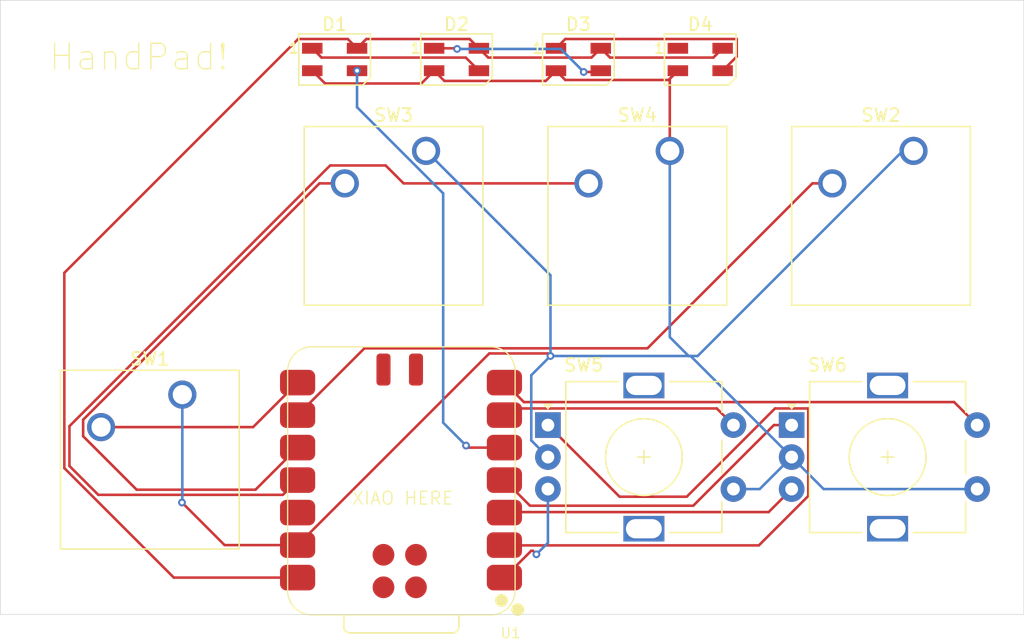
<source format=kicad_pcb>
(kicad_pcb (version 20241229) (generator "pcbnew") (generator_version "9.0")
  (layers (0 "F.Cu" signal) (2 "B.Cu" signal) (13 "F.Paste" user) (15 "B.Paste" user) (5 "F.SilkS" user "F.Silkscreen") (7 "B.SilkS" user "B.Silkscreen") (1 "F.Mask" user) (3 "B.Mask" user) (25 "Edge.Cuts" user))
  (net 0 "")
  (net 1 "Net-(D1-DOUT)")
  (net 2 "+5V")
  (net 3 "GND")
  (net 4 "Net-(D2-DOUT)")
  (net 5 "Net-(D3-DOUT)")
  (net 7 "Net-(U1-GPIO1{slash}RX)")
  (net 8 "Net-(U1-GPIO2{slash}SCK)")
  (net 9 "Net-(U1-GPIO4{slash}MISO)")
  (net 10 "Net-(U1-GPIO3{slash}MOSI)")
  (net 11 "Net-(U1-GPIO7{slash}SCL)")
  (net 12 "Net-(U1-GPIO26{slash}ADC0{slash}A0)")
  (net 13 "Net-(U1-GPIO27{slash}ADC1{slash}A1)")
  (net 14 "Net-(U1-GPIO0{slash}TX)")
  (net 15 "Net-(U1-GPIO29{slash}ADC3{slash}A3)")
  (net 16 "Net-(U1-GPIO28{slash}ADC2{slash}A2)")
  (net 18 "Net-(D1-DIN)")
  (footprint "Rotary_Encoder:RotaryEncoder_Alps_EC11E-Switch_Vertical_H20mm" (layer "F.Cu") (at 161.85 63.5)
    (property "Reference" "SW6" (at 2.8 -4.7 0) (layer "F.SilkS"))
    (property "Value" "RotaryEncoder_Switch")
    (fp_line (start -0.3 -1.6) (end 0.3 -1.6) (stroke (width 0.12)) (layer "F.SilkS"))
    (fp_line (start 0 -1.3) (end -0.3 -1.6) (stroke (width 0.12)) (layer "F.SilkS"))
    (fp_line (start 0.3 -1.6) (end 0 -1.3) (stroke (width 0.12)) (layer "F.SilkS"))
    (fp_line (start 1.4 -3.4) (end 1.4 8.4) (stroke (width 0.12)) (layer "F.SilkS"))
    (fp_line (start 5.5 -3.4) (end 1.4 -3.4) (stroke (width 0.12)) (layer "F.SilkS"))
    (fp_line (start 5.5 8.4) (end 1.4 8.4) (stroke (width 0.12)) (layer "F.SilkS"))
    (fp_line (start 7 2.5) (end 8 2.5) (stroke (width 0.12)) (layer "F.SilkS"))
    (fp_line (start 7.5 2) (end 7.5 3) (stroke (width 0.12)) (layer "F.SilkS"))
    (fp_line (start 9.5 -3.4) (end 13.6 -3.4) (stroke (width 0.12)) (layer "F.SilkS"))
    (fp_line (start 13.6 -3.4) (end 13.6 -1) (stroke (width 0.12)) (layer "F.SilkS"))
    (fp_line (start 13.6 1.2) (end 13.6 3.8) (stroke (width 0.12)) (layer "F.SilkS"))
    (fp_line (start 13.6 6) (end 13.6 8.4) (stroke (width 0.12)) (layer "F.SilkS"))
    (fp_line (start 13.6 8.4) (end 9.5 8.4) (stroke (width 0.12)) (layer "F.SilkS"))
    (fp_circle (center 7.5 2.5) (end 10.5 2.5) (stroke (width 0.12)) (fill no) (layer "F.SilkS"))
    (pad "A" thru_hole rect (at 0 0) (size 2 2) (drill 1) (layers "*.Cu" "*.Mask") (net 15 "Net-(U1-GPIO29{slash}ADC3{slash}A3)"))
    (pad "B" thru_hole circle (at 0 5) (size 2 2) (drill 1) (layers "*.Cu" "*.Mask") (net 16 "Net-(U1-GPIO28{slash}ADC2{slash}A2)"))
    (pad "C" thru_hole circle (at 0 2.5) (size 2 2) (drill 1) (layers "*.Cu" "*.Mask") (net 3 "GND"))
    (pad "MP" thru_hole rect (at 7.5 -3.1) (size 3.2 2) (drill oval 2.8 1.5) (layers "*.Cu" "*.Mask"))
    (pad "MP" thru_hole rect (at 7.5 8.1) (size 3.2 2) (drill oval 2.8 1.5) (layers "*.Cu" "*.Mask"))
    (pad "S1" thru_hole circle (at 14.5 5) (size 2 2) (drill 1) (layers "*.Cu" "*.Mask") (net 3 "GND"))
    (pad "S2" thru_hole circle (at 14.5 0) (size 2 2) (drill 1) (layers "*.Cu" "*.Mask") (net 14 "Net-(U1-GPIO0{slash}TX)"))
  )
  (footprint "OPL:XIAO-RP2040-SMD" (layer "F.Cu") (at 131.4 67.8 180)
    (property "Reference" "U1" (at -9.335 -11.5 0) (layer "F.SilkS") (effects (font (size 0.78232 0.78232) (thickness 0.10668)) (justify right top)))
    (property "Value" "XIAO-RP2040-DIP")
    (fp_line (start 8.945 8.513) (end 8.945 -8.632) (stroke (width 0.1)) (layer "F.SilkS"))
    (fp_line (start 7.04 -10.537) (end -6.93 -10.537) (stroke (width 0.1)) (layer "F.SilkS"))
    (fp_line (start 4.559 -11.447) (end 4.559 -10.537) (stroke (width 0.127)) (layer "F.SilkS"))
    (fp_line (start -3.936272 -11.947) (end 4.059 -11.947) (stroke (width 0.127)) (layer "F.SilkS"))
    (fp_line (start -4.44 -10.537) (end -4.436272 -11.447272) (stroke (width 0.127)) (layer "F.SilkS"))
    (fp_line (start -6.93 10.418) (end 7.04 10.418) (stroke (width 0.1)) (layer "F.SilkS"))
    (fp_line (start -8.835 8.513) (end -8.835 -8.632) (stroke (width 0.1)) (layer "F.SilkS"))
    (fp_arc (start 8.945 8.513) (mid 8.387038 9.860038) (end 7.04 10.418) (stroke (width 0.1)) (layer "F.SilkS"))
    (fp_arc (start 7.04 -10.537) (mid 8.387038 -9.979038) (end 8.945 -8.632) (stroke (width 0.1)) (layer "F.SilkS"))
    (fp_arc (start 4.059 -11.947) (mid 4.412553 -11.800553) (end 4.559 -11.447) (stroke (width 0.127)) (layer "F.SilkS"))
    (fp_arc (start -4.436272 -11.447272) (mid -4.289724 -11.800644) (end -3.936272 -11.947) (stroke (width 0.127)) (layer "F.SilkS"))
    (fp_arc (start -6.93 10.418) (mid -8.277038 9.860038) (end -8.835 8.513) (stroke (width 0.1)) (layer "F.SilkS"))
    (fp_arc (start -8.835 -8.636) (mid -8.277038 -9.983038) (end -6.93 -10.541) (stroke (width 0.1)) (layer "F.SilkS"))
    (fp_circle (center -7.771 -9.404) (end -7.771 -9.658) (stroke (width 0.5)) (fill yes) (layer "F.SilkS"))
    (fp_circle (center -9.045 -10.121) (end -9.045 -10.375) (stroke (width 0.5)) (fill yes) (layer "F.SilkS"))
    (pad "1" smd roundrect (at -8 -7.62 180) (size 2.75 2) (layers "F.Cu" "F.Mask" "F.Paste") (net 12 "Net-(U1-GPIO26{slash}ADC0{slash}A0)"))
    (pad "2" smd roundrect (at -8 -5.08 180) (size 2.75 2) (layers "F.Cu" "F.Mask" "F.Paste") (net 13 "Net-(U1-GPIO27{slash}ADC1{slash}A1)"))
    (pad "3" smd roundrect (at -8 -2.54 180) (size 2.75 2) (layers "F.Cu" "F.Mask" "F.Paste") (net 16 "Net-(U1-GPIO28{slash}ADC2{slash}A2)"))
    (pad "4" smd roundrect (at -8 0 180) (size 2.75 2) (layers "F.Cu" "F.Mask" "F.Paste") (net 15 "Net-(U1-GPIO29{slash}ADC3{slash}A3)"))
    (pad "5" smd roundrect (at -8 2.54 180) (size 2.75 2) (layers "F.Cu" "F.Mask" "F.Paste") (net 18 "Net-(D1-DIN)"))
    (pad "6" smd roundrect (at -8 5.08 180) (size 2.75 2) (layers "F.Cu" "F.Mask" "F.Paste") (net 11 "Net-(U1-GPIO7{slash}SCL)"))
    (pad "7" smd roundrect (at -8 7.62 180) (size 2.75 2) (layers "F.Cu" "F.Mask" "F.Paste") (net 14 "Net-(U1-GPIO0{slash}TX)"))
    (pad "8" smd roundrect (at 8.165 7.62 180) (size 2.75 2) (layers "F.Cu" "F.Mask" "F.Paste") (net 7 "Net-(U1-GPIO1{slash}RX)"))
    (pad "9" smd roundrect (at 8.165 5.08 180) (size 2.75 2) (layers "F.Cu" "F.Mask" "F.Paste") (net 8 "Net-(U1-GPIO2{slash}SCK)"))
    (pad "10" smd roundrect (at 8.165 2.54 180) (size 2.75 2) (layers "F.Cu" "F.Mask" "F.Paste") (net 9 "Net-(U1-GPIO4{slash}MISO)"))
    (pad "11" smd roundrect (at 8.165 0 180) (size 2.75 2) (layers "F.Cu" "F.Mask" "F.Paste") (net 10 "Net-(U1-GPIO3{slash}MOSI)"))
    (pad "12" smd roundrect (at 8.165 -2.54 180) (size 2.75 2) (layers "F.Cu" "F.Mask" "F.Paste"))
    (pad "13" smd roundrect (at 8.165 -5.08 180) (size 2.75 2) (layers "F.Cu" "F.Mask" "F.Paste") (net 3 "GND"))
    (pad "14" smd roundrect (at 8.165 -7.62 180) (size 2.75 2) (layers "F.Cu" "F.Mask" "F.Paste") (net 2 "+5V"))
    (pad "15" smd roundrect (at -1.088 8.64 90) (size 2.5 1.1) (layers "F.Cu" "F.Mask" "F.Paste"))
    (pad "16" smd roundrect (at 1.452 8.64 90) (size 2.5 1.1) (layers "F.Cu" "F.Mask" "F.Paste"))
    (pad "17" smd circle (at -1.088 -8.378 180) (size 1.7 1.7) (layers "F.Cu" "F.Mask" "F.Paste"))
    (pad "18" smd circle (at 1.452 -8.378 180) (size 1.7 1.7) (layers "F.Cu" "F.Mask" "F.Paste"))
    (pad "19" smd circle (at -1.088 -5.838 180) (size 1.7 1.7) (layers "F.Cu" "F.Mask" "F.Paste"))
    (pad "20" smd circle (at 1.452 -5.838 180) (size 1.7 1.7) (layers "F.Cu" "F.Mask" "F.Paste"))
  )
  (footprint "LED_SMD:LED_SK6812MINI_PLCC4_3.5x3.5mm_P1.75mm" (layer "F.Cu") (at 154.70625 34.925)
    (property "Reference" "D4" (at 0 -2.75 0) (layer "F.SilkS"))
    (property "Value" "SK6812MINI")
    (fp_line (start -2.8 -2) (end -2.8 2) (stroke (width 0.12)) (layer "F.SilkS"))
    (fp_line (start -2.8 -2) (end 2.8 -2) (stroke (width 0.12)) (layer "F.SilkS"))
    (fp_line (start -2.8 2) (end 2.2 2) (stroke (width 0.12)) (layer "F.SilkS"))
    (fp_line (start 2.8 1.4) (end 2.2 2) (stroke (width 0.12)) (layer "F.SilkS"))
    (fp_line (start 2.8 1.4) (end 2.8 -2) (stroke (width 0.12)) (layer "F.SilkS"))
    (fp_text user "1" (at -3.2 -0.875 0) (layer "F.SilkS") (effects (font (size 0.8 0.8))))
    (pad "1" smd rect (at -1.75 -0.875) (size 1.6 0.85) (layers "F.Cu" "F.Mask" "F.Paste"))
    (pad "2" smd rect (at -1.75 0.875) (size 1.6 0.85) (layers "F.Cu" "F.Mask" "F.Paste") (net 3 "GND"))
    (pad "3" smd rect (at 1.75 0.875) (size 1.6 0.85) (layers "F.Cu" "F.Mask" "F.Paste") (net 5 "Net-(D3-DOUT)"))
    (pad "4" smd rect (at 1.75 -0.875) (size 1.6 0.85) (layers "F.Cu" "F.Mask" "F.Paste") (net 2 "+5V"))
  )
  (footprint "LED_SMD:LED_SK6812MINI_PLCC4_3.5x3.5mm_P1.75mm" (layer "F.Cu") (at 135.65625 34.925)
    (property "Reference" "D2" (at 0 -2.75 0) (layer "F.SilkS"))
    (property "Value" "SK6812MINI")
    (fp_line (start -2.8 -2) (end -2.8 2) (stroke (width 0.12)) (layer "F.SilkS"))
    (fp_line (start -2.8 -2) (end 2.8 -2) (stroke (width 0.12)) (layer "F.SilkS"))
    (fp_line (start -2.8 2) (end 2.2 2) (stroke (width 0.12)) (layer "F.SilkS"))
    (fp_line (start 2.8 1.4) (end 2.2 2) (stroke (width 0.12)) (layer "F.SilkS"))
    (fp_line (start 2.8 1.4) (end 2.8 -2) (stroke (width 0.12)) (layer "F.SilkS"))
    (fp_text user "1" (at -3.2 -0.875 0) (layer "F.SilkS") (effects (font (size 0.8 0.8))))
    (pad "1" smd rect (at -1.75 -0.875) (size 1.6 0.85) (layers "F.Cu" "F.Mask" "F.Paste") (net 4 "Net-(D2-DOUT)"))
    (pad "2" smd rect (at -1.75 0.875) (size 1.6 0.85) (layers "F.Cu" "F.Mask" "F.Paste") (net 3 "GND"))
    (pad "3" smd rect (at 1.75 0.875) (size 1.6 0.85) (layers "F.Cu" "F.Mask" "F.Paste") (net 1 "Net-(D1-DOUT)"))
    (pad "4" smd rect (at 1.75 -0.875) (size 1.6 0.85) (layers "F.Cu" "F.Mask" "F.Paste") (net 2 "+5V"))
  )
  (footprint "Button_Switch_Keyboard:SW_Cherry_MX_1.00u_PCB" (layer "F.Cu") (at 133.275 42.06875)
    (property "Reference" "SW3" (at -2.54 -2.794 0) (layer "F.SilkS"))
    (property "Value" "SW_Push")
    (fp_line (start -9.525 -1.905) (end 4.445 -1.905) (stroke (width 0.12)) (layer "F.SilkS"))
    (fp_line (start -9.525 12.065) (end -9.525 -1.905) (stroke (width 0.12)) (layer "F.SilkS"))
    (fp_line (start 4.445 -1.905) (end 4.445 12.065) (stroke (width 0.12)) (layer "F.SilkS"))
    (fp_line (start 4.445 12.065) (end -9.525 12.065) (stroke (width 0.12)) (layer "F.SilkS"))
    (pad "" np_thru_hole circle (at -7.62 5.08) (size 1.7 1.7) (drill 1.7) (layers "*.Cu" "*.Mask"))
    (pad "" np_thru_hole circle (at -2.54 5.08) (size 4 4) (drill 4) (layers "*.Cu" "*.Mask"))
    (pad "" np_thru_hole circle (at 2.54 5.08) (size 1.7 1.7) (drill 1.7) (layers "*.Cu" "*.Mask"))
    (pad "1" thru_hole circle (at 0 0) (size 2.2 2.2) (drill 1.5) (layers "*.Cu" "*.Mask") (net 3 "GND"))
    (pad "2" thru_hole circle (at -6.35 2.54) (size 2.2 2.2) (drill 1.5) (layers "*.Cu" "*.Mask") (net 9 "Net-(U1-GPIO4{slash}MISO)"))
  )
  (footprint "Button_Switch_Keyboard:SW_Cherry_MX_1.00u_PCB" (layer "F.Cu") (at 171.375 42.06875)
    (property "Reference" "SW2" (at -2.54 -2.794 0) (layer "F.SilkS"))
    (property "Value" "SW_Push")
    (fp_line (start -9.525 -1.905) (end 4.445 -1.905) (stroke (width 0.12)) (layer "F.SilkS"))
    (fp_line (start -9.525 12.065) (end -9.525 -1.905) (stroke (width 0.12)) (layer "F.SilkS"))
    (fp_line (start 4.445 -1.905) (end 4.445 12.065) (stroke (width 0.12)) (layer "F.SilkS"))
    (fp_line (start 4.445 12.065) (end -9.525 12.065) (stroke (width 0.12)) (layer "F.SilkS"))
    (pad "" np_thru_hole circle (at -7.62 5.08) (size 1.7 1.7) (drill 1.7) (layers "*.Cu" "*.Mask"))
    (pad "" np_thru_hole circle (at -2.54 5.08) (size 4 4) (drill 4) (layers "*.Cu" "*.Mask"))
    (pad "" np_thru_hole circle (at 2.54 5.08) (size 1.7 1.7) (drill 1.7) (layers "*.Cu" "*.Mask"))
    (pad "1" thru_hole circle (at 0 0) (size 2.2 2.2) (drill 1.5) (layers "*.Cu" "*.Mask") (net 3 "GND"))
    (pad "2" thru_hole circle (at -6.35 2.54) (size 2.2 2.2) (drill 1.5) (layers "*.Cu" "*.Mask") (net 8 "Net-(U1-GPIO2{slash}SCK)"))
  )
  (footprint "Button_Switch_Keyboard:SW_Cherry_MX_1.00u_PCB" (layer "F.Cu") (at 152.325 42.06875)
    (property "Reference" "SW4" (at -2.54 -2.794 0) (layer "F.SilkS"))
    (property "Value" "SW_Push")
    (fp_line (start -9.525 -1.905) (end 4.445 -1.905) (stroke (width 0.12)) (layer "F.SilkS"))
    (fp_line (start -9.525 12.065) (end -9.525 -1.905) (stroke (width 0.12)) (layer "F.SilkS"))
    (fp_line (start 4.445 -1.905) (end 4.445 12.065) (stroke (width 0.12)) (layer "F.SilkS"))
    (fp_line (start 4.445 12.065) (end -9.525 12.065) (stroke (width 0.12)) (layer "F.SilkS"))
    (pad "" np_thru_hole circle (at -7.62 5.08) (size 1.7 1.7) (drill 1.7) (layers "*.Cu" "*.Mask"))
    (pad "" np_thru_hole circle (at -2.54 5.08) (size 4 4) (drill 4) (layers "*.Cu" "*.Mask"))
    (pad "" np_thru_hole circle (at 2.54 5.08) (size 1.7 1.7) (drill 1.7) (layers "*.Cu" "*.Mask"))
    (pad "1" thru_hole circle (at 0 0) (size 2.2 2.2) (drill 1.5) (layers "*.Cu" "*.Mask") (net 3 "GND"))
    (pad "2" thru_hole circle (at -6.35 2.54) (size 2.2 2.2) (drill 1.5) (layers "*.Cu" "*.Mask") (net 10 "Net-(U1-GPIO3{slash}MOSI)"))
  )
  (footprint "LED_SMD:LED_SK6812MINI_PLCC4_3.5x3.5mm_P1.75mm" (layer "F.Cu") (at 126.13125 34.925)
    (property "Reference" "D1" (at 0 -2.75 0) (layer "F.SilkS"))
    (property "Value" "SK6812MINI")
    (fp_line (start -2.8 -2) (end -2.8 2) (stroke (width 0.12)) (layer "F.SilkS"))
    (fp_line (start -2.8 -2) (end 2.8 -2) (stroke (width 0.12)) (layer "F.SilkS"))
    (fp_line (start -2.8 2) (end 2.2 2) (stroke (width 0.12)) (layer "F.SilkS"))
    (fp_line (start 2.8 1.4) (end 2.2 2) (stroke (width 0.12)) (layer "F.SilkS"))
    (fp_line (start 2.8 1.4) (end 2.8 -2) (stroke (width 0.12)) (layer "F.SilkS"))
    (fp_text user "1" (at -3.2 -0.875 0) (layer "F.SilkS") (effects (font (size 0.8 0.8))))
    (pad "1" smd rect (at -1.75 -0.875) (size 1.6 0.85) (layers "F.Cu" "F.Mask" "F.Paste") (net 1 "Net-(D1-DOUT)"))
    (pad "2" smd rect (at -1.75 0.875) (size 1.6 0.85) (layers "F.Cu" "F.Mask" "F.Paste") (net 3 "GND"))
    (pad "3" smd rect (at 1.75 0.875) (size 1.6 0.85) (layers "F.Cu" "F.Mask" "F.Paste") (net 18 "Net-(D1-DIN)"))
    (pad "4" smd rect (at 1.75 -0.875) (size 1.6 0.85) (layers "F.Cu" "F.Mask" "F.Paste") (net 2 "+5V"))
  )
  (footprint "LED_SMD:LED_SK6812MINI_PLCC4_3.5x3.5mm_P1.75mm" (layer "F.Cu") (at 145.18125 34.925)
    (property "Reference" "D3" (at 0 -2.75 0) (layer "F.SilkS"))
    (property "Value" "SK6812MINI")
    (fp_line (start -2.8 -2) (end -2.8 2) (stroke (width 0.12)) (layer "F.SilkS"))
    (fp_line (start -2.8 -2) (end 2.8 -2) (stroke (width 0.12)) (layer "F.SilkS"))
    (fp_line (start -2.8 2) (end 2.2 2) (stroke (width 0.12)) (layer "F.SilkS"))
    (fp_line (start 2.8 1.4) (end 2.2 2) (stroke (width 0.12)) (layer "F.SilkS"))
    (fp_line (start 2.8 1.4) (end 2.8 -2) (stroke (width 0.12)) (layer "F.SilkS"))
    (fp_text user "1" (at -3.2 -0.875 0) (layer "F.SilkS") (effects (font (size 0.8 0.8))))
    (pad "1" smd rect (at -1.75 -0.875) (size 1.6 0.85) (layers "F.Cu" "F.Mask" "F.Paste") (net 5 "Net-(D3-DOUT)"))
    (pad "2" smd rect (at -1.75 0.875) (size 1.6 0.85) (layers "F.Cu" "F.Mask" "F.Paste") (net 3 "GND"))
    (pad "3" smd rect (at 1.75 0.875) (size 1.6 0.85) (layers "F.Cu" "F.Mask" "F.Paste") (net 4 "Net-(D2-DOUT)"))
    (pad "4" smd rect (at 1.75 -0.875) (size 1.6 0.85) (layers "F.Cu" "F.Mask" "F.Paste") (net 2 "+5V"))
  )
  (footprint "Button_Switch_Keyboard:SW_Cherry_MX_1.00u_PCB" (layer "F.Cu") (at 114.225 61.11875)
    (property "Reference" "SW1" (at -2.54 -2.794 0) (layer "F.SilkS"))
    (property "Value" "SW_Push")
    (fp_line (start -9.525 -1.905) (end 4.445 -1.905) (stroke (width 0.12)) (layer "F.SilkS"))
    (fp_line (start -9.525 12.065) (end -9.525 -1.905) (stroke (width 0.12)) (layer "F.SilkS"))
    (fp_line (start 4.445 -1.905) (end 4.445 12.065) (stroke (width 0.12)) (layer "F.SilkS"))
    (fp_line (start 4.445 12.065) (end -9.525 12.065) (stroke (width 0.12)) (layer "F.SilkS"))
    (pad "" np_thru_hole circle (at -7.62 5.08) (size 1.7 1.7) (drill 1.7) (layers "*.Cu" "*.Mask"))
    (pad "" np_thru_hole circle (at -2.54 5.08) (size 4 4) (drill 4) (layers "*.Cu" "*.Mask"))
    (pad "" np_thru_hole circle (at 2.54 5.08) (size 1.7 1.7) (drill 1.7) (layers "*.Cu" "*.Mask"))
    (pad "1" thru_hole circle (at 0 0) (size 2.2 2.2) (drill 1.5) (layers "*.Cu" "*.Mask") (net 3 "GND"))
    (pad "2" thru_hole circle (at -6.35 2.54) (size 2.2 2.2) (drill 1.5) (layers "*.Cu" "*.Mask") (net 7 "Net-(U1-GPIO1{slash}RX)"))
  )
  (footprint "Rotary_Encoder:RotaryEncoder_Alps_EC11E-Switch_Vertical_H20mm" (layer "F.Cu") (at 142.8 63.5)
    (property "Reference" "SW5" (at 2.8 -4.7 0) (layer "F.SilkS"))
    (property "Value" "RotaryEncoder_Switch")
    (fp_line (start -0.3 -1.6) (end 0.3 -1.6) (stroke (width 0.12)) (layer "F.SilkS"))
    (fp_line (start 0 -1.3) (end -0.3 -1.6) (stroke (width 0.12)) (layer "F.SilkS"))
    (fp_line (start 0.3 -1.6) (end 0 -1.3) (stroke (width 0.12)) (layer "F.SilkS"))
    (fp_line (start 1.4 -3.4) (end 1.4 8.4) (stroke (width 0.12)) (layer "F.SilkS"))
    (fp_line (start 5.5 -3.4) (end 1.4 -3.4) (stroke (width 0.12)) (layer "F.SilkS"))
    (fp_line (start 5.5 8.4) (end 1.4 8.4) (stroke (width 0.12)) (layer "F.SilkS"))
    (fp_line (start 7 2.5) (end 8 2.5) (stroke (width 0.12)) (layer "F.SilkS"))
    (fp_line (start 7.5 2) (end 7.5 3) (stroke (width 0.12)) (layer "F.SilkS"))
    (fp_line (start 9.5 -3.4) (end 13.6 -3.4) (stroke (width 0.12)) (layer "F.SilkS"))
    (fp_line (start 13.6 -3.4) (end 13.6 -1) (stroke (width 0.12)) (layer "F.SilkS"))
    (fp_line (start 13.6 1.2) (end 13.6 3.8) (stroke (width 0.12)) (layer "F.SilkS"))
    (fp_line (start 13.6 6) (end 13.6 8.4) (stroke (width 0.12)) (layer "F.SilkS"))
    (fp_line (start 13.6 8.4) (end 9.5 8.4) (stroke (width 0.12)) (layer "F.SilkS"))
    (fp_circle (center 7.5 2.5) (end 10.5 2.5) (stroke (width 0.12)) (fill no) (layer "F.SilkS"))
    (pad "A" thru_hole rect (at 0 0) (size 2 2) (drill 1) (layers "*.Cu" "*.Mask") (net 13 "Net-(U1-GPIO27{slash}ADC1{slash}A1)"))
    (pad "B" thru_hole circle (at 0 5) (size 2 2) (drill 1) (layers "*.Cu" "*.Mask") (net 12 "Net-(U1-GPIO26{slash}ADC0{slash}A0)"))
    (pad "C" thru_hole circle (at 0 2.5) (size 2 2) (drill 1) (layers "*.Cu" "*.Mask") (net 3 "GND"))
    (pad "MP" thru_hole rect (at 7.5 -3.1) (size 3.2 2) (drill oval 2.8 1.5) (layers "*.Cu" "*.Mask"))
    (pad "MP" thru_hole rect (at 7.5 8.1) (size 3.2 2) (drill oval 2.8 1.5) (layers "*.Cu" "*.Mask"))
    (pad "S1" thru_hole circle (at 14.5 5) (size 2 2) (drill 1) (layers "*.Cu" "*.Mask") (net 3 "GND"))
    (pad "S2" thru_hole circle (at 14.5 0) (size 2 2) (drill 1) (layers "*.Cu" "*.Mask") (net 11 "Net-(U1-GPIO7{slash}SCL)"))
  )
  (gr_rect (start 100 30.3) (end 180 78.3) (stroke (width 0.05)) (fill no) (layer "Edge.Cuts"))
  (gr_text "HandPad!" (at 103.7 35.9 0) (layer "F.SilkS") (effects (font (size 2 2) (thickness 0.1)) (justify left bottom)))
  (gr_text "XIAO HERE" (at 127.4 69.8 0) (layer "F.SilkS") (effects (font (size 1 1) (thickness 0.1)) (justify left bottom)))
  (segment (start 124.38125 34.05) (end 125.10725 34.776) (width 0.2) (layer "F.Cu") (net 1))
  (segment (start 136.38225 34.776) (end 137.40625 35.8) (width 0.2) (layer "F.Cu") (net 1))
  (segment (start 125.10725 34.776) (end 136.38225 34.776) (width 0.2) (layer "F.Cu") (net 1))
  (segment (start 113.56068 75.42) (end 105.003 66.86232) (width 0.2) (layer "F.Cu") (net 2))
  (segment (start 127.15525 33.324) (end 127.88125 34.05) (width 0.2) (layer "F.Cu") (net 2))
  (segment (start 105.003 51.60125) (end 123.28025 33.324) (width 0.2) (layer "F.Cu") (net 2))
  (segment (start 123.28025 33.324) (end 127.15525 33.324) (width 0.2) (layer "F.Cu") (net 2))
  (segment (start 155.73025 34.776) (end 156.45625 34.05) (width 0.2) (layer "F.Cu") (net 2))
  (segment (start 146.93125 34.05) (end 147.65725 34.776) (width 0.2) (layer "F.Cu") (net 2))
  (segment (start 147.65725 34.776) (end 155.73025 34.776) (width 0.2) (layer "F.Cu") (net 2))
  (segment (start 123.235 75.42) (end 113.56068 75.42) (width 0.2) (layer "F.Cu") (net 2))
  (segment (start 137.40625 34.05) (end 136.68025 33.324) (width 0.2) (layer "F.Cu") (net 2))
  (segment (start 136.68025 33.324) (end 128.60725 33.324) (width 0.2) (layer "F.Cu") (net 2))
  (segment (start 128.60725 33.324) (end 127.88125 34.05) (width 0.2) (layer "F.Cu") (net 2))
  (segment (start 146.20525 34.776) (end 146.93125 34.05) (width 0.2) (layer "F.Cu") (net 2))
  (segment (start 105.003 66.86232) (end 105.003 51.60125) (width 0.2) (layer "F.Cu") (net 2))
  (segment (start 138.13225 34.776) (end 146.20525 34.776) (width 0.2) (layer "F.Cu") (net 2))
  (segment (start 137.40625 34.05) (end 138.13225 34.776) (width 0.2) (layer "F.Cu") (net 2))
  (segment (start 117.52925 72.88) (end 114.2 69.55075) (width 0.2) (layer "F.Cu") (net 3))
  (segment (start 123.235 72.88) (end 117.52925 72.88) (width 0.2) (layer "F.Cu") (net 3))
  (segment (start 125.38125 36.8) (end 124.38125 35.8) (width 0.2) (layer "F.Cu") (net 3))
  (segment (start 143.43125 35.8) (end 142.63125 36.6) (width 0.2) (layer "F.Cu") (net 3))
  (segment (start 138.214 57.901) (end 142.801 57.901) (width 0.2) (layer "F.Cu") (net 3))
  (segment (start 152.325 42.06875) (end 152.325 36.43125) (width 0.2) (layer "F.Cu") (net 3))
  (segment (start 152.95625 35.8) (end 152.23025 36.526) (width 0.2) (layer "F.Cu") (net 3))
  (segment (start 132.90625 36.8) (end 125.38125 36.8) (width 0.2) (layer "F.Cu") (net 3))
  (segment (start 133.90625 35.8) (end 132.90625 36.8) (width 0.2) (layer "F.Cu") (net 3))
  (segment (start 123.235 72.88) (end 138.214 57.901) (width 0.2) (layer "F.Cu") (net 3))
  (segment (start 142.63125 36.6) (end 134.70625 36.6) (width 0.2) (layer "F.Cu") (net 3))
  (segment (start 142.801 57.901) (end 143 58.1) (width 0.2) (layer "F.Cu") (net 3))
  (segment (start 152.23025 36.526) (end 144.15725 36.526) (width 0.2) (layer "F.Cu") (net 3))
  (segment (start 134.70625 36.6) (end 133.90625 35.8) (width 0.2) (layer "F.Cu") (net 3))
  (segment (start 144.15725 36.526) (end 143.43125 35.8) (width 0.2) (layer "F.Cu") (net 3))
  (segment (start 152.325 36.43125) (end 152.95625 35.8) (width 0.2) (layer "F.Cu") (net 3))
  (via (at 143 58.1) (size 0.6) (drill 0.3) (layers "F.Cu" "B.Cu") (net 3))
  (via (at 114.2 69.55075) (size 0.6) (drill 0.3) (layers "F.Cu" "B.Cu") (net 3))
  (segment (start 114.225 69.52575) (end 114.225 61.11875) (width 0.2) (layer "B.Cu") (net 3))
  (segment (start 161.85 66) (end 159.35 68.5) (width 0.2) (layer "B.Cu") (net 3))
  (segment (start 164.35 68.5) (end 176.35 68.5) (width 0.2) (layer "B.Cu") (net 3))
  (segment (start 141.499 59.601) (end 141.499 64.699) (width 0.2) (layer "B.Cu") (net 3))
  (segment (start 153.95 58.1) (end 161.85 66) (width 0.2) (layer "B.Cu") (net 3))
  (segment (start 141.499 64.699) (end 142.8 66) (width 0.2) (layer "B.Cu") (net 3))
  (segment (start 143 51.79375) (end 133.275 42.06875) (width 0.2) (layer "B.Cu") (net 3))
  (segment (start 153.95 58.1) (end 154.50222 58.1) (width 0.2) (layer "B.Cu") (net 3))
  (segment (start 154.50222 58.1) (end 170.53347 42.06875) (width 0.2) (layer "B.Cu") (net 3))
  (segment (start 152.325 56.625) (end 152.325 42.06875) (width 0.2) (layer "B.Cu") (net 3))
  (segment (start 143 58.1) (end 143 51.79375) (width 0.2) (layer "B.Cu") (net 3))
  (segment (start 153.8 58.1) (end 152.325 56.625) (width 0.2) (layer "B.Cu") (net 3))
  (segment (start 114.2 69.55075) (end 114.225 69.52575) (width 0.2) (layer "B.Cu") (net 3))
  (segment (start 153.8 58.1) (end 153.95 58.1) (width 0.2) (layer "B.Cu") (net 3))
  (segment (start 161.85 66) (end 164.35 68.5) (width 0.2) (layer "B.Cu") (net 3))
  (segment (start 143 58.1) (end 153.8 58.1) (width 0.2) (layer "B.Cu") (net 3))
  (segment (start 170.53347 42.06875) (end 171.375 42.06875) (width 0.2) (layer "B.Cu") (net 3))
  (segment (start 159.35 68.5) (end 157.3 68.5) (width 0.2) (layer "B.Cu") (net 3))
  (segment (start 143 58.1) (end 141.499 59.601) (width 0.2) (layer "B.Cu") (net 3))
  (segment (start 145.6 35.9) (end 146.83125 35.9) (width 0.2) (layer "F.Cu") (net 4))
  (segment (start 133.90625 34.05) (end 135.65 34.05) (width 0.2) (layer "F.Cu") (net 4))
  (segment (start 146.83125 35.9) (end 146.93125 35.8) (width 0.2) (layer "F.Cu") (net 4))
  (segment (start 135.65 34.05) (end 135.7 34.1) (width 0.2) (layer "F.Cu") (net 4))
  (via (at 135.7 34.1) (size 0.6) (drill 0.3) (layers "F.Cu" "B.Cu") (net 4))
  (via (at 145.6 35.9) (size 0.6) (drill 0.3) (layers "F.Cu" "B.Cu") (net 4))
  (segment (start 135.7 34.1) (end 143.8 34.1) (width 0.2) (layer "B.Cu") (net 4))
  (segment (start 143.8 34.1) (end 145.6 35.9) (width 0.2) (layer "B.Cu") (net 4))
  (segment (start 157.55725 34.699) (end 157.55725 33.324) (width 0.2) (layer "F.Cu") (net 5))
  (segment (start 156.45625 35.8) (end 157.55725 34.699) (width 0.2) (layer "F.Cu") (net 5))
  (segment (start 157.55725 33.324) (end 144.15725 33.324) (width 0.2) (layer "F.Cu") (net 5))
  (segment (start 144.15725 33.324) (end 143.43125 34.05) (width 0.2) (layer "F.Cu") (net 5))
  (segment (start 119.75625 63.65875) (end 107.875 63.65875) (width 0.2) (layer "F.Cu") (net 7))
  (segment (start 123.235 60.18) (end 119.75625 63.65875) (width 0.2) (layer "F.Cu") (net 7))
  (segment (start 128.455 57.5) (end 150.578116 57.5) (width 0.2) (layer "F.Cu") (net 8))
  (segment (start 163.469366 44.60875) (end 165.025 44.60875) (width 0.2) (layer "F.Cu") (net 8))
  (segment (start 123.235 62.72) (end 128.455 57.5) (width 0.2) (layer "F.Cu") (net 8))
  (segment (start 150.578116 57.5) (end 163.469366 44.60875) (width 0.2) (layer "F.Cu") (net 8))
  (segment (start 106.474 63.078436) (end 124.943686 44.60875) (width 0.2) (layer "F.Cu") (net 9))
  (segment (start 124.943686 44.60875) (end 126.925 44.60875) (width 0.2) (layer "F.Cu") (net 9))
  (segment (start 119.94525 68.54975) (end 110.65447 68.54975) (width 0.2) (layer "F.Cu") (net 9))
  (segment (start 110.65447 68.54975) (end 106.474 64.36928) (width 0.2) (layer "F.Cu") (net 9))
  (segment (start 106.474 64.36928) (end 106.474 63.078436) (width 0.2) (layer "F.Cu") (net 9))
  (segment (start 123.235 65.26) (end 119.94525 68.54975) (width 0.2) (layer "F.Cu") (net 9))
  (segment (start 123.235 67.8) (end 122.08425 68.95075) (width 0.2) (layer "F.Cu") (net 10))
  (segment (start 125.777586 43.20775) (end 130.118816 43.20775) (width 0.2) (layer "F.Cu") (net 10))
  (segment (start 122.08425 68.95075) (end 107.65853 68.95075) (width 0.2) (layer "F.Cu") (net 10))
  (segment (start 107.65853 68.95075) (end 105.404 66.69622) (width 0.2) (layer "F.Cu") (net 10))
  (segment (start 105.404 66.69622) (end 105.404 63.581336) (width 0.2) (layer "F.Cu") (net 10))
  (segment (start 130.118816 43.20775) (end 131.519816 44.60875) (width 0.2) (layer "F.Cu") (net 10))
  (segment (start 105.404 63.581336) (end 125.777586 43.20775) (width 0.2) (layer "F.Cu") (net 10))
  (segment (start 131.519816 44.60875) (end 145.975 44.60875) (width 0.2) (layer "F.Cu") (net 10))
  (segment (start 139.921 62.199) (end 155.999 62.199) (width 0.2) (layer "F.Cu") (net 11))
  (segment (start 155.999 62.199) (end 157.3 63.5) (width 0.2) (layer "F.Cu") (net 11))
  (segment (start 139.4 62.72) (end 139.921 62.199) (width 0.2) (layer "F.Cu") (net 11))
  (segment (start 141.502 73.318) (end 141.618 73.318) (width 0.2) (layer "F.Cu") (net 12))
  (segment (start 141.618 73.318) (end 141.9 73.6) (width 0.2) (layer "F.Cu") (net 12))
  (segment (start 139.4 75.42) (end 141.502 73.318) (width 0.2) (layer "F.Cu") (net 12))
  (via (at 141.9 73.6) (size 0.6) (drill 0.3) (layers "F.Cu" "B.Cu") (net 12))
  (segment (start 141.9 73.6) (end 142.8 72.7) (width 0.2) (layer "B.Cu") (net 12))
  (segment (start 142.8 72.7) (end 142.8 68.5) (width 0.2) (layer "B.Cu") (net 12))
  (segment (start 153.649 69.099) (end 148.399 69.099) (width 0.2) (layer "F.Cu") (net 13))
  (segment (start 160.549 62.199) (end 153.649 69.099) (width 0.2) (layer "F.Cu") (net 13))
  (segment (start 139.4 72.88) (end 139.421 72.901) (width 0.2) (layer "F.Cu") (net 13))
  (segment (start 163.151 62.199) (end 160.549 62.199) (width 0.2) (layer "F.Cu") (net 13))
  (segment (start 163.151 69.038892) (end 163.151 62.199) (width 0.2) (layer "F.Cu") (net 13))
  (segment (start 159.288892 72.901) (end 163.151 69.038892) (width 0.2) (layer "F.Cu") (net 13))
  (segment (start 139.421 72.901) (end 159.288892 72.901) (width 0.2) (layer "F.Cu") (net 13))
  (segment (start 148.399 69.099) (end 142.8 63.5) (width 0.2) (layer "F.Cu") (net 13))
  (segment (start 140.921 61.701) (end 174.551 61.701) (width 0.2) (layer "F.Cu") (net 14))
  (segment (start 174.551 61.701) (end 176.35 63.5) (width 0.2) (layer "F.Cu") (net 14))
  (segment (start 139.4 60.18) (end 140.921 61.701) (width 0.2) (layer "F.Cu") (net 14))
  (segment (start 160.460108 63.5) (end 161.85 63.5) (width 0.2) (layer "F.Cu") (net 15))
  (segment (start 139.4 67.8) (end 141.401 69.801) (width 0.2) (layer "F.Cu") (net 15))
  (segment (start 141.401 69.801) (end 154.159108 69.801) (width 0.2) (layer "F.Cu") (net 15))
  (segment (start 154.159108 69.801) (end 160.460108 63.5) (width 0.2) (layer "F.Cu") (net 15))
  (segment (start 139.4 70.34) (end 139.441 70.299) (width 0.2) (layer "F.Cu") (net 16))
  (segment (start 139.441 70.299) (end 160.051 70.299) (width 0.2) (layer "F.Cu") (net 16))
  (segment (start 160.051 70.299) (end 161.85 68.5) (width 0.2) (layer "F.Cu") (net 16))
  (segment (start 139.4 65.26) (end 136.56 65.26) (width 0.2) (layer "F.Cu") (net 18))
  (segment (start 136.56 65.26) (end 136.4 65.1) (width 0.2) (layer "F.Cu") (net 18))
  (via (at 127.88125 35.8) (size 0.6) (drill 0.3) (layers "F.Cu" "B.Cu") (net 18))
  (via (at 136.4 65.1) (size 0.6) (drill 0.3) (layers "F.Cu" "B.Cu") (net 18))
  (segment (start 134.614 45.389064) (end 127.88125 38.656314) (width 0.2) (layer "B.Cu") (net 18))
  (segment (start 127.88125 38.656314) (end 127.88125 35.8) (width 0.2) (layer "B.Cu") (net 18))
  (segment (start 136.4 65.1) (end 134.614 63.314) (width 0.2) (layer "B.Cu") (net 18))
  (segment (start 134.614 63.314) (end 134.614 45.389064) (width 0.2) (layer "B.Cu") (net 18))
)
</source>
